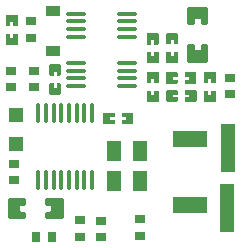
<source format=gtp>
G04 Layer: TopPasteMaskLayer*
G04 EasyEDA Pro v1.9.26, 2022-12-23 16:49:17*
G04 Gerber Generator version 0.3*
G04 Scale: 100 percent, Rotated: No, Reflected: No*
G04 Dimensions in millimeters*
G04 Leading zeros omitted, absolute positions, 3 integers and 3 decimals*
%FSLAX33Y33*%
%MOMM*%
%AMPolygonMacro1*4,1,4,-0.625,0.62,0.625,0.62,0.625,-0.62,-0.625,-0.62,-0.625,0.62,0*%
%AMPolygonMacro2*4,1,4,0.625,-0.62,-0.625,-0.62,-0.625,0.62,0.625,0.62,0.625,-0.62,0*%
%AMPolygonMacro3*4,1,4,-0.6,2.0,0.6,2.0,0.6,-2.0,-0.6,-2.0,-0.6,2.0,0*%
%ADD10C,0.0254*%
%ADD11R,0.799998X0.899998*%
%ADD12O,0.343002X1.731493*%
%ADD13R,0.899998X0.799998*%
%ADD14R,0.899998X0.799998*%
%ADD15R,1.299997X1.799996*%
%ADD16R,1.299997X1.799996*%
%ADD17R,1.15001X0.950011*%
%ADD18R,3.0023X1.449997*%
%ADD19R,2.999994X1.449997*%
%ADD20O,1.691996X0.364007*%
%ADD21PolygonMacro1*%
%ADD22PolygonMacro2*%
%ADD23PolygonMacro3*%
G75*


G04 PolygonModel Start*
G36*
G01X10362Y-9848D02*
G01X11162Y-9848D01*
G01X11212Y-9798D01*
G01Y-9570D01*
G01X10842D01*
G01Y-9240D01*
G01X11212D01*
G01Y-8998D01*
G01X11162Y-8948D01*
G01X10362D01*
G01X10312Y-8998D01*
G01Y-9798D01*
G01X10362Y-9848D01*
G37*
G54D10*
G01X10362Y-9848D02*
G01X11162Y-9848D01*
G01X11212Y-9798D01*
G01Y-9570D01*
G01X10842D01*
G01Y-9240D01*
G01X11212D01*
G01Y-8998D01*
G01X11162Y-8948D01*
G01X10362D01*
G01X10312Y-8998D01*
G01Y-9798D01*
G01X10362Y-9848D01*
G36*
G01X11912Y-9798D02*
G01X11912Y-9570D01*
G01X12292D01*
G01Y-9240D01*
G01X11912D01*
G01Y-8998D01*
G01X11962Y-8948D01*
G01X12752D01*
G01X12802Y-8998D01*
G01Y-9798D01*
G01X12752Y-9848D01*
G01X11962D01*
G01X11912Y-9798D01*
G37*
G01X11912Y-9798D02*
G01X11912Y-9570D01*
G01X12292D01*
G01Y-9240D01*
G01X11912D01*
G01Y-8998D01*
G01X11962Y-8948D01*
G01X12752D01*
G01X12802Y-8998D01*
G01Y-9798D01*
G01X12752Y-9848D01*
G01X11962D01*
G01X11912Y-9798D01*
G36*
G01X5773Y-4901D02*
G01X5773Y-5701D01*
G01X5823Y-5751D01*
G01X6051D01*
G01Y-5381D01*
G01X6381D01*
G01Y-5751D01*
G01X6623D01*
G01X6673Y-5701D01*
G01Y-4901D01*
G01X6623Y-4851D01*
G01X5823D01*
G01X5773Y-4901D01*
G37*
G01X5773Y-4901D02*
G01X5773Y-5701D01*
G01X5823Y-5751D01*
G01X6051D01*
G01Y-5381D01*
G01X6381D01*
G01Y-5751D01*
G01X6623D01*
G01X6673Y-5701D01*
G01Y-4901D01*
G01X6623Y-4851D01*
G01X5823D01*
G01X5773Y-4901D01*
G36*
G01X5823Y-6451D02*
G01X6051Y-6451D01*
G01Y-6831D01*
G01X6381D01*
G01Y-6451D01*
G01X6623D01*
G01X6673Y-6501D01*
G01Y-7291D01*
G01X6623Y-7341D01*
G01X5823D01*
G01X5773Y-7291D01*
G01Y-6501D01*
G01X5823Y-6451D01*
G37*
G01X5823Y-6451D02*
G01X6051Y-6451D01*
G01Y-6831D01*
G01X6381D01*
G01Y-6451D01*
G01X6623D01*
G01X6673Y-6501D01*
G01Y-7291D01*
G01X6623Y-7341D01*
G01X5823D01*
G01X5773Y-7291D01*
G01Y-6501D01*
G01X5823Y-6451D01*
G36*
G01X18854Y-5527D02*
G01X18854Y-6327D01*
G01X18904Y-6377D01*
G01X19132D01*
G01Y-6007D01*
G01X19462D01*
G01Y-6377D01*
G01X19704D01*
G01X19754Y-6327D01*
G01Y-5527D01*
G01X19704Y-5477D01*
G01X18904D01*
G01X18854Y-5527D01*
G37*
G01X18854Y-5527D02*
G01X18854Y-6327D01*
G01X18904Y-6377D01*
G01X19132D01*
G01Y-6007D01*
G01X19462D01*
G01Y-6377D01*
G01X19704D01*
G01X19754Y-6327D01*
G01Y-5527D01*
G01X19704Y-5477D01*
G01X18904D01*
G01X18854Y-5527D01*
G36*
G01X18904Y-7077D02*
G01X19132Y-7077D01*
G01Y-7457D01*
G01X19462D01*
G01Y-7077D01*
G01X19704D01*
G01X19754Y-7127D01*
G01Y-7917D01*
G01X19704Y-7967D01*
G01X18904D01*
G01X18854Y-7917D01*
G01Y-7127D01*
G01X18904Y-7077D01*
G37*
G01X18904Y-7077D02*
G01X19132Y-7077D01*
G01Y-7457D01*
G01X19462D01*
G01Y-7077D01*
G01X19704D01*
G01X19754Y-7127D01*
G01Y-7917D01*
G01X19704Y-7967D01*
G01X18904D01*
G01X18854Y-7917D01*
G01Y-7127D01*
G01X18904Y-7077D01*
G36*
G01X2990Y-3100D02*
G01X2990Y-2300D01*
G01X2940Y-2250D01*
G01X2712D01*
G01Y-2620D01*
G01X2382D01*
G01Y-2250D01*
G01X2140D01*
G01X2090Y-2300D01*
G01Y-3100D01*
G01X2140Y-3150D01*
G01X2940D01*
G01X2990Y-3100D01*
G37*
G01X2990Y-3100D02*
G01X2990Y-2300D01*
G01X2940Y-2250D01*
G01X2712D01*
G01Y-2620D01*
G01X2382D01*
G01Y-2250D01*
G01X2140D01*
G01X2090Y-2300D01*
G01Y-3100D01*
G01X2140Y-3150D01*
G01X2940D01*
G01X2990Y-3100D01*
G36*
G01X2940Y-1550D02*
G01X2712Y-1550D01*
G01Y-1170D01*
G01X2382D01*
G01Y-1550D01*
G01X2140D01*
G01X2090Y-1500D01*
G01Y-710D01*
G01X2140Y-660D01*
G01X2940D01*
G01X2990Y-710D01*
G01Y-1500D01*
G01X2940Y-1550D01*
G37*
G01X2940Y-1550D02*
G01X2712Y-1550D01*
G01Y-1170D01*
G01X2382D01*
G01Y-1550D01*
G01X2140D01*
G01X2090Y-1500D01*
G01Y-710D01*
G01X2140Y-660D01*
G01X2940D01*
G01X2990Y-710D01*
G01Y-1500D01*
G01X2940Y-1550D01*
G36*
G01X17524Y-3136D02*
G01X17894Y-3136D01*
G01X17994Y-3236D01*
G01Y-3541D01*
G01X18094Y-3641D01*
G01X18482D01*
G01X18582Y-3541D01*
G01Y-3236D01*
G01X18682Y-3136D01*
G01X19052D01*
G01X19152Y-3236D01*
G01Y-4521D01*
G01X19052Y-4621D01*
G01X17524D01*
G01X17424Y-4521D01*
G01Y-3236D01*
G01X17524Y-3136D01*
G37*
G01X17524Y-3136D02*
G01X17894Y-3136D01*
G01X17994Y-3236D01*
G01Y-3541D01*
G01X18094Y-3641D01*
G01X18482D01*
G01X18582Y-3541D01*
G01Y-3236D01*
G01X18682Y-3136D01*
G01X19052D01*
G01X19152Y-3236D01*
G01Y-4521D01*
G01X19052Y-4621D01*
G01X17524D01*
G01X17424Y-4521D01*
G01Y-3236D01*
G01X17524Y-3136D01*
G36*
G01X17524Y-1436D02*
G01X17894Y-1436D01*
G01X17994Y-1336D01*
G01Y-1031D01*
G01X18094Y-931D01*
G01X18482D01*
G01X18582Y-1031D01*
G01Y-1336D01*
G01X18682Y-1436D01*
G01X19052D01*
G01X19152Y-1336D01*
G01Y-51D01*
G01X19052Y49D01*
G01X17524D01*
G01X17424Y-51D01*
G01Y-1336D01*
G01X17524Y-1436D01*
G37*
G01X17524Y-1436D02*
G01X17894Y-1436D01*
G01X17994Y-1336D01*
G01Y-1031D01*
G01X18094Y-931D01*
G01X18482D01*
G01X18582Y-1031D01*
G01Y-1336D01*
G01X18682Y-1436D01*
G01X19052D01*
G01X19152Y-1336D01*
G01Y-51D01*
G01X19052Y49D01*
G01X17524D01*
G01X17424Y-51D01*
G01Y-1336D01*
G01X17524Y-1436D01*
G36*
G01X5422Y-17782D02*
G01X5422Y-17412D01*
G01X5522Y-17312D01*
G01X5827D01*
G01X5927Y-17212D01*
G01Y-16824D01*
G01X5827Y-16724D01*
G01X5522D01*
G01X5422Y-16624D01*
G01Y-16254D01*
G01X5522Y-16154D01*
G01X6807D01*
G01X6907Y-16254D01*
G01Y-17782D01*
G01X6807Y-17882D01*
G01X5522D01*
G01X5422Y-17782D01*
G37*
G01X5422Y-17782D02*
G01X5422Y-17412D01*
G01X5522Y-17312D01*
G01X5827D01*
G01X5927Y-17212D01*
G01Y-16824D01*
G01X5827Y-16724D01*
G01X5522D01*
G01X5422Y-16624D01*
G01Y-16254D01*
G01X5522Y-16154D01*
G01X6807D01*
G01X6907Y-16254D01*
G01Y-17782D01*
G01X6807Y-17882D01*
G01X5522D01*
G01X5422Y-17782D01*
G36*
G01X3722Y-17782D02*
G01X3722Y-17412D01*
G01X3622Y-17312D01*
G01X3317D01*
G01X3217Y-17212D01*
G01Y-16824D01*
G01X3317Y-16724D01*
G01X3622D01*
G01X3722Y-16624D01*
G01Y-16254D01*
G01X3622Y-16154D01*
G01X2337D01*
G01X2237Y-16254D01*
G01Y-17782D01*
G01X2337Y-17882D01*
G01X3622D01*
G01X3722Y-17782D01*
G37*
G01X3722Y-17782D02*
G01X3722Y-17412D01*
G01X3622Y-17312D01*
G01X3317D01*
G01X3217Y-17212D01*
G01Y-16824D01*
G01X3317Y-16724D01*
G01X3622D01*
G01X3722Y-16624D01*
G01Y-16254D01*
G01X3622Y-16154D01*
G01X2337D01*
G01X2237Y-16254D01*
G01Y-17782D01*
G01X2337Y-17882D01*
G01X3622D01*
G01X3722Y-17782D01*
G36*
G01X14928Y-7917D02*
G01X14928Y-7117D01*
G01X14878Y-7067D01*
G01X14650D01*
G01Y-7437D01*
G01X14320D01*
G01Y-7067D01*
G01X14078D01*
G01X14028Y-7117D01*
G01Y-7917D01*
G01X14078Y-7967D01*
G01X14878D01*
G01X14928Y-7917D01*
G37*
G01X14928Y-7917D02*
G01X14928Y-7117D01*
G01X14878Y-7067D01*
G01X14650D01*
G01Y-7437D01*
G01X14320D01*
G01Y-7067D01*
G01X14078D01*
G01X14028Y-7117D01*
G01Y-7917D01*
G01X14078Y-7967D01*
G01X14878D01*
G01X14928Y-7917D01*
G36*
G01X14878Y-6367D02*
G01X14650Y-6367D01*
G01Y-5987D01*
G01X14320D01*
G01Y-6367D01*
G01X14078D01*
G01X14028Y-6317D01*
G01Y-5527D01*
G01X14078Y-5477D01*
G01X14878D01*
G01X14928Y-5527D01*
G01Y-6317D01*
G01X14878Y-6367D01*
G37*
G01X14878Y-6367D02*
G01X14650Y-6367D01*
G01Y-5987D01*
G01X14320D01*
G01Y-6367D01*
G01X14078D01*
G01X14028Y-6317D01*
G01Y-5527D01*
G01X14078Y-5477D01*
G01X14878D01*
G01X14928Y-5527D01*
G01Y-6317D01*
G01X14878Y-6367D01*
G36*
G01X18095Y-7043D02*
G01X17295Y-7043D01*
G01X17245Y-7093D01*
G01Y-7321D01*
G01X17615D01*
G01Y-7651D01*
G01X17245D01*
G01Y-7893D01*
G01X17295Y-7943D01*
G01X18095D01*
G01X18145Y-7893D01*
G01Y-7093D01*
G01X18095Y-7043D01*
G37*
G01X18095Y-7043D02*
G01X17295Y-7043D01*
G01X17245Y-7093D01*
G01Y-7321D01*
G01X17615D01*
G01Y-7651D01*
G01X17245D01*
G01Y-7893D01*
G01X17295Y-7943D01*
G01X18095D01*
G01X18145Y-7893D01*
G01Y-7093D01*
G01X18095Y-7043D01*
G36*
G01X16545Y-7093D02*
G01X16545Y-7321D01*
G01X16165D01*
G01Y-7651D01*
G01X16545D01*
G01Y-7893D01*
G01X16495Y-7943D01*
G01X15705D01*
G01X15655Y-7893D01*
G01Y-7093D01*
G01X15705Y-7043D01*
G01X16495D01*
G01X16545Y-7093D01*
G37*
G01X16545Y-7093D02*
G01X16545Y-7321D01*
G01X16165D01*
G01Y-7651D01*
G01X16545D01*
G01Y-7893D01*
G01X16495Y-7943D01*
G01X15705D01*
G01X15655Y-7893D01*
G01Y-7093D01*
G01X15705Y-7043D01*
G01X16495D01*
G01X16545Y-7093D01*
G36*
G01X15687Y-6419D02*
G01X16487Y-6419D01*
G01X16537Y-6369D01*
G01Y-6141D01*
G01X16167D01*
G01Y-5811D01*
G01X16537D01*
G01Y-5569D01*
G01X16487Y-5519D01*
G01X15687D01*
G01X15637Y-5569D01*
G01Y-6369D01*
G01X15687Y-6419D01*
G37*
G01X15687Y-6419D02*
G01X16487Y-6419D01*
G01X16537Y-6369D01*
G01Y-6141D01*
G01X16167D01*
G01Y-5811D01*
G01X16537D01*
G01Y-5569D01*
G01X16487Y-5519D01*
G01X15687D01*
G01X15637Y-5569D01*
G01Y-6369D01*
G01X15687Y-6419D01*
G36*
G01X17237Y-6369D02*
G01X17237Y-6141D01*
G01X17617D01*
G01Y-5811D01*
G01X17237D01*
G01Y-5569D01*
G01X17287Y-5519D01*
G01X18077D01*
G01X18127Y-5569D01*
G01Y-6369D01*
G01X18077Y-6419D01*
G01X17287D01*
G01X17237Y-6369D01*
G37*
G01X17237Y-6369D02*
G01X17237Y-6141D01*
G01X17617D01*
G01Y-5811D01*
G01X17237D01*
G01Y-5569D01*
G01X17287Y-5519D01*
G01X18077D01*
G01X18127Y-5569D01*
G01Y-6369D01*
G01X18077Y-6419D01*
G01X17287D01*
G01X17237Y-6369D01*
G36*
G01X16579Y-4633D02*
G01X16579Y-3833D01*
G01X16529Y-3783D01*
G01X16301D01*
G01Y-4153D01*
G01X15971D01*
G01Y-3783D01*
G01X15729D01*
G01X15679Y-3833D01*
G01Y-4633D01*
G01X15729Y-4683D01*
G01X16529D01*
G01X16579Y-4633D01*
G37*
G01X16579Y-4633D02*
G01X16579Y-3833D01*
G01X16529Y-3783D01*
G01X16301D01*
G01Y-4153D01*
G01X15971D01*
G01Y-3783D01*
G01X15729D01*
G01X15679Y-3833D01*
G01Y-4633D01*
G01X15729Y-4683D01*
G01X16529D01*
G01X16579Y-4633D01*
G36*
G01X16529Y-3083D02*
G01X16301Y-3083D01*
G01Y-2703D01*
G01X15971D01*
G01Y-3083D01*
G01X15729D01*
G01X15679Y-3033D01*
G01Y-2243D01*
G01X15729Y-2193D01*
G01X16529D01*
G01X16579Y-2243D01*
G01Y-3033D01*
G01X16529Y-3083D01*
G37*
G01X16529Y-3083D02*
G01X16301Y-3083D01*
G01Y-2703D01*
G01X15971D01*
G01Y-3083D01*
G01X15729D01*
G01X15679Y-3033D01*
G01Y-2243D01*
G01X15729Y-2193D01*
G01X16529D01*
G01X16579Y-2243D01*
G01Y-3033D01*
G01X16529Y-3083D01*
G36*
G01X14028Y-2243D02*
G01X14028Y-3043D01*
G01X14078Y-3093D01*
G01X14306D01*
G01Y-2723D01*
G01X14636D01*
G01Y-3093D01*
G01X14878D01*
G01X14928Y-3043D01*
G01Y-2243D01*
G01X14878Y-2193D01*
G01X14078D01*
G01X14028Y-2243D01*
G37*
G01X14028Y-2243D02*
G01X14028Y-3043D01*
G01X14078Y-3093D01*
G01X14306D01*
G01Y-2723D01*
G01X14636D01*
G01Y-3093D01*
G01X14878D01*
G01X14928Y-3043D01*
G01Y-2243D01*
G01X14878Y-2193D01*
G01X14078D01*
G01X14028Y-2243D01*
G36*
G01X14078Y-3793D02*
G01X14306Y-3793D01*
G01Y-4173D01*
G01X14636D01*
G01Y-3793D01*
G01X14878D01*
G01X14928Y-3843D01*
G01Y-4633D01*
G01X14878Y-4683D01*
G01X14078D01*
G01X14028Y-4633D01*
G01Y-3843D01*
G01X14078Y-3793D01*
G37*
G01X14078Y-3793D02*
G01X14306Y-3793D01*
G01Y-4173D01*
G01X14636D01*
G01Y-3793D01*
G01X14878D01*
G01X14928Y-3843D01*
G01Y-4633D01*
G01X14878Y-4683D01*
G01X14078D01*
G01X14028Y-4633D01*
G01Y-3843D01*
G01X14078Y-3793D01*
G04 PolygonModel End*

G04 Pad Start*
G54D11*
G01X6034Y-19431D03*
G01X4634Y-19431D03*
G54D12*
G01X4837Y-14677D03*
G01X5487Y-14677D03*
G01X6137Y-14677D03*
G01X6787Y-14677D03*
G01X7437Y-14677D03*
G01X8087Y-14677D03*
G01X8737Y-14677D03*
G01X9387Y-14677D03*
G01X4837Y-8945D03*
G01X5487Y-8945D03*
G01X6137Y-8945D03*
G01X6787Y-8945D03*
G01X7437Y-8945D03*
G01X8087Y-8945D03*
G01X8737Y-8945D03*
G01X9387Y-8945D03*
G54D13*
G01X2794Y-13270D03*
G01X2794Y-14670D03*
G54D14*
G01X10160Y-19496D03*
G01X10160Y-18096D03*
G54D13*
G01X13462Y-17969D03*
G01X13462Y-19369D03*
G54D15*
G01X13419Y-12192D03*
G54D16*
G01X13419Y-14732D03*
G54D15*
G01X11219Y-14732D03*
G01X11219Y-12192D03*
G54D14*
G01X4445Y-6796D03*
G01X4445Y-5396D03*
G54D17*
G01X6096Y-340D03*
G01X6096Y-3724D03*
G54D13*
G01X8382Y-18031D03*
G01X8382Y-19431D03*
G54D19*
G01X17653Y-11176D03*
G01X17653Y-16726D03*
G54D20*
G01X8014Y-549D03*
G01X8014Y-1199D03*
G01X8014Y-1849D03*
G01X8014Y-2499D03*
G01X12306Y-549D03*
G01X12306Y-1199D03*
G01X12306Y-1849D03*
G01X12306Y-2499D03*
G01X12306Y-6690D03*
G01X12306Y-6040D03*
G01X12306Y-5390D03*
G01X12306Y-4740D03*
G01X8014Y-6690D03*
G01X8014Y-6040D03*
G01X8014Y-5390D03*
G01X8014Y-4740D03*
G54D14*
G01X4191Y-2605D03*
G01X4191Y-1205D03*
G54D13*
G01X21082Y-5966D03*
G01X21082Y-7366D03*
G54D14*
G01X2540Y-6799D03*
G01X2540Y-5399D03*
G54D21*
G01X2911Y-11633D03*
G54D22*
G01X2911Y-9129D03*
G54D23*
G01X20793Y-16970D03*
G01X20920Y-11970D03*
G04 Pad End*

M02*

</source>
